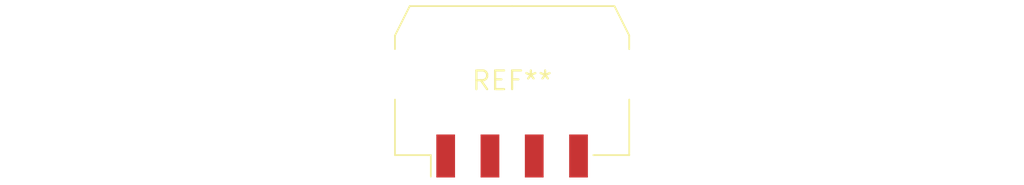
<source format=kicad_pcb>
(kicad_pcb (version 20240108) (generator pcbnew)
  (layers (0 "F.Cu" signal) (31 "B.Cu" signal) (34 "B.Paste" user) (35 "F.Paste" user) (36 "B.SilkS" user "B.Silkscreen") (37 "F.SilkS" user "F.Silkscreen") (38 "B.Mask" user) (39 "F.Mask" user) (44 "Edge.Cuts" user))
  (net 0 "")
  (footprint "Molex_Micro-Fit_3.0_43650-0410_1x04-1MP_P3.00mm_Horizontal_PnP" (layer "F.Cu") (at 0 0)
    (property "Reference" "REF**")
    (property "Value" "Molex_Micro-Fit_3.0_43650-0410_1x04-1MP_P3.00mm_Horizontal_PnP")
    (fp_line (start -7.935 -3.06) (end -7.935 -2.14) (layer "F.SilkS") (stroke (width 0.12)))
    (fp_line (start -7.935 1.29) (end -7.935 5.06) (layer "F.SilkS") (stroke (width 0.12)))
    (fp_line (start -7.935 5.06) (end -5.505 5.06) (layer "F.SilkS") (stroke (width 0.12)))
    (fp_line (start -6.935 -5.06) (end -7.935 -3.06) (layer "F.SilkS") (stroke (width 0.12)))
    (fp_line (start -5.505 5.06) (end -5.505 6.52) (layer "F.SilkS") (stroke (width 0.12)))
    (fp_line (start 0 -5.06) (end -6.935 -5.06) (layer "F.SilkS") (stroke (width 0.12)))
    (fp_line (start 0 -5.06) (end 6.935 -5.06) (layer "F.SilkS") (stroke (width 0.12)))
    (fp_line (start 6.935 -5.06) (end 7.935 -3.06) (layer "F.SilkS") (stroke (width 0.12)))
    (fp_line (start 7.935 -3.06) (end 7.935 -2.14) (layer "F.SilkS") (stroke (width 0.12)))
    (fp_line (start 7.935 1.29) (end 7.935 5.06) (layer "F.SilkS") (stroke (width 0.12)))
    (fp_line (start 7.935 5.06) (end 5.505 5.06) (layer "F.SilkS") (stroke (width 0.12)))
    (pad "1" smd rect (at -4.5 5.12) (size 1.27 2.92) (layers "F.Cu" "F.Paste" "F.Mask"))
    (pad "2" smd rect (at -1.5 5.12) (size 1.27 2.92) (layers "F.Cu" "F.Paste" "F.Mask"))
    (pad "3" smd rect (at 1.5 5.12) (size 1.27 2.92) (layers "F.Cu" "F.Paste" "F.Mask"))
    (pad "4" smd rect (at 4.5 5.12) (size 1.27 2.92) (layers "F.Cu" "F.Paste" "F.Mask"))
    (pad "MP" thru_hole circle (at -6.65 -0.35) (size 2.84 2.84) (drill 2.54) (layers *.Cu *.Mask) (remove_unused_layers))
    (pad "MP" thru_hole circle (at 6.65 -0.35) (size 2.84 2.84) (drill 2.54) (layers *.Cu *.Mask) (remove_unused_layers))
  )
)
</source>
